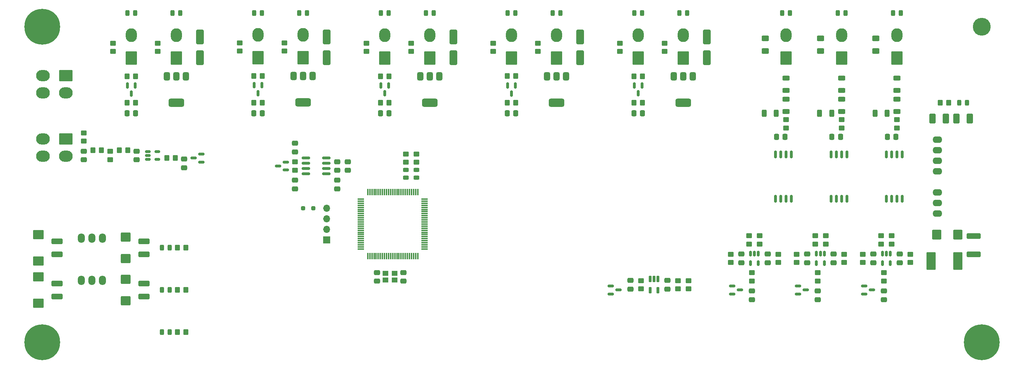
<source format=gts>
%TF.GenerationSoftware,KiCad,Pcbnew,8.0.4*%
%TF.CreationDate,2025-03-26T21:29:21+03:00*%
%TF.ProjectId,PDU_Control_Board,5044555f-436f-46e7-9472-6f6c5f426f61,rev?*%
%TF.SameCoordinates,Original*%
%TF.FileFunction,Soldermask,Top*%
%TF.FilePolarity,Negative*%
%FSLAX46Y46*%
G04 Gerber Fmt 4.6, Leading zero omitted, Abs format (unit mm)*
G04 Created by KiCad (PCBNEW 8.0.4) date 2025-03-26 21:29:21*
%MOMM*%
%LPD*%
G01*
G04 APERTURE LIST*
G04 Aperture macros list*
%AMRoundRect*
0 Rectangle with rounded corners*
0 $1 Rounding radius*
0 $2 $3 $4 $5 $6 $7 $8 $9 X,Y pos of 4 corners*
0 Add a 4 corners polygon primitive as box body*
4,1,4,$2,$3,$4,$5,$6,$7,$8,$9,$2,$3,0*
0 Add four circle primitives for the rounded corners*
1,1,$1+$1,$2,$3*
1,1,$1+$1,$4,$5*
1,1,$1+$1,$6,$7*
1,1,$1+$1,$8,$9*
0 Add four rect primitives between the rounded corners*
20,1,$1+$1,$2,$3,$4,$5,0*
20,1,$1+$1,$4,$5,$6,$7,0*
20,1,$1+$1,$6,$7,$8,$9,0*
20,1,$1+$1,$8,$9,$2,$3,0*%
G04 Aperture macros list end*
%ADD10RoundRect,0.250001X1.099999X1.399999X-1.099999X1.399999X-1.099999X-1.399999X1.099999X-1.399999X0*%
%ADD11O,2.700000X3.300000*%
%ADD12RoundRect,0.150000X-0.150000X0.587500X-0.150000X-0.587500X0.150000X-0.587500X0.150000X0.587500X0*%
%ADD13RoundRect,0.250000X0.475000X-0.337500X0.475000X0.337500X-0.475000X0.337500X-0.475000X-0.337500X0*%
%ADD14RoundRect,0.250000X-0.350000X-0.450000X0.350000X-0.450000X0.350000X0.450000X-0.350000X0.450000X0*%
%ADD15RoundRect,0.075000X0.075000X-0.725000X0.075000X0.725000X-0.075000X0.725000X-0.075000X-0.725000X0*%
%ADD16RoundRect,0.075000X0.725000X-0.075000X0.725000X0.075000X-0.725000X0.075000X-0.725000X-0.075000X0*%
%ADD17RoundRect,0.250000X-1.025000X0.875000X-1.025000X-0.875000X1.025000X-0.875000X1.025000X0.875000X0*%
%ADD18RoundRect,0.250000X-0.450000X0.350000X-0.450000X-0.350000X0.450000X-0.350000X0.450000X0.350000X0*%
%ADD19RoundRect,0.250000X0.350000X0.450000X-0.350000X0.450000X-0.350000X-0.450000X0.350000X-0.450000X0*%
%ADD20RoundRect,0.150000X-0.587500X-0.150000X0.587500X-0.150000X0.587500X0.150000X-0.587500X0.150000X0*%
%ADD21RoundRect,0.243750X-0.243750X-0.456250X0.243750X-0.456250X0.243750X0.456250X-0.243750X0.456250X0*%
%ADD22RoundRect,0.150000X-0.150000X0.750000X-0.150000X-0.750000X0.150000X-0.750000X0.150000X0.750000X0*%
%ADD23RoundRect,0.250000X0.625000X-0.312500X0.625000X0.312500X-0.625000X0.312500X-0.625000X-0.312500X0*%
%ADD24R,1.400000X1.200000*%
%ADD25RoundRect,0.250000X0.450000X-0.350000X0.450000X0.350000X-0.450000X0.350000X-0.450000X-0.350000X0*%
%ADD26RoundRect,0.375000X-0.375000X0.625000X-0.375000X-0.625000X0.375000X-0.625000X0.375000X0.625000X0*%
%ADD27RoundRect,0.500000X-1.400000X0.500000X-1.400000X-0.500000X1.400000X-0.500000X1.400000X0.500000X0*%
%ADD28RoundRect,0.250001X-1.399999X1.099999X-1.399999X-1.099999X1.399999X-1.099999X1.399999X1.099999X0*%
%ADD29O,3.300000X2.700000*%
%ADD30RoundRect,0.250000X-0.475000X0.337500X-0.475000X-0.337500X0.475000X-0.337500X0.475000X0.337500X0*%
%ADD31RoundRect,0.243750X0.243750X0.456250X-0.243750X0.456250X-0.243750X-0.456250X0.243750X-0.456250X0*%
%ADD32RoundRect,0.250000X0.337500X0.475000X-0.337500X0.475000X-0.337500X-0.475000X0.337500X-0.475000X0*%
%ADD33RoundRect,0.250000X-0.925000X0.875000X-0.925000X-0.875000X0.925000X-0.875000X0.925000X0.875000X0*%
%ADD34RoundRect,0.150000X0.825000X0.150000X-0.825000X0.150000X-0.825000X-0.150000X0.825000X-0.150000X0*%
%ADD35RoundRect,0.250001X-0.499999X-0.924999X0.499999X-0.924999X0.499999X0.924999X-0.499999X0.924999X0*%
%ADD36RoundRect,0.250000X-0.650000X1.500000X-0.650000X-1.500000X0.650000X-1.500000X0.650000X1.500000X0*%
%ADD37C,0.900000*%
%ADD38C,8.600000*%
%ADD39C,4.300000*%
%ADD40RoundRect,0.250000X1.450000X-0.400000X1.450000X0.400000X-1.450000X0.400000X-1.450000X-0.400000X0*%
%ADD41RoundRect,0.150000X-0.150000X0.512500X-0.150000X-0.512500X0.150000X-0.512500X0.150000X0.512500X0*%
%ADD42RoundRect,0.162500X-0.162500X0.617500X-0.162500X-0.617500X0.162500X-0.617500X0.162500X0.617500X0*%
%ADD43RoundRect,0.243750X-0.456250X0.243750X-0.456250X-0.243750X0.456250X-0.243750X0.456250X0.243750X0*%
%ADD44RoundRect,0.150000X0.587500X0.150000X-0.587500X0.150000X-0.587500X-0.150000X0.587500X-0.150000X0*%
%ADD45O,1.700000X2.300000*%
%ADD46RoundRect,0.250000X0.625000X-0.400000X0.625000X0.400000X-0.625000X0.400000X-0.625000X-0.400000X0*%
%ADD47RoundRect,0.250000X-1.100000X0.412500X-1.100000X-0.412500X1.100000X-0.412500X1.100000X0.412500X0*%
%ADD48RoundRect,0.250000X-0.250000X-0.250000X0.250000X-0.250000X0.250000X0.250000X-0.250000X0.250000X0*%
%ADD49RoundRect,0.250001X0.499999X0.924999X-0.499999X0.924999X-0.499999X-0.924999X0.499999X-0.924999X0*%
%ADD50R,1.700000X1.700000*%
%ADD51O,1.700000X1.700000*%
%ADD52RoundRect,0.250000X-0.312500X-0.625000X0.312500X-0.625000X0.312500X0.625000X-0.312500X0.625000X0*%
%ADD53RoundRect,0.250000X1.100000X-0.412500X1.100000X0.412500X-1.100000X0.412500X-1.100000X-0.412500X0*%
%ADD54RoundRect,0.150000X-0.512500X-0.150000X0.512500X-0.150000X0.512500X0.150000X-0.512500X0.150000X0*%
%ADD55RoundRect,0.250000X0.875000X0.925000X-0.875000X0.925000X-0.875000X-0.925000X0.875000X-0.925000X0*%
%ADD56O,2.300000X1.600000*%
%ADD57RoundRect,0.250000X0.875000X1.875000X-0.875000X1.875000X-0.875000X-1.875000X0.875000X-1.875000X0*%
G04 APERTURE END LIST*
D10*
%TO.C,J5*%
X349885000Y-175335000D03*
D11*
X349885000Y-169835000D03*
%TD*%
D12*
%TO.C,Q10*%
X248600000Y-181950500D03*
X246700000Y-181950500D03*
X247650000Y-183825500D03*
%TD*%
D13*
%TO.C,C30*%
X416560000Y-224557500D03*
X416560000Y-222482500D03*
%TD*%
D10*
%TO.C,J7*%
X258445000Y-175335000D03*
D11*
X258445000Y-169835000D03*
%TD*%
D13*
%TO.C,C19*%
X297180000Y-202332500D03*
X297180000Y-200257500D03*
%TD*%
D14*
%TO.C,R67*%
X307610000Y-179705000D03*
X309610000Y-179705000D03*
%TD*%
D15*
%TO.C,U2*%
X304515000Y-222940000D03*
X305015000Y-222940000D03*
X305515000Y-222940000D03*
X306015000Y-222940000D03*
X306515000Y-222940000D03*
X307015000Y-222940000D03*
X307515000Y-222940000D03*
X308015000Y-222940000D03*
X308515000Y-222940000D03*
X309015000Y-222940000D03*
X309515000Y-222940000D03*
X310015000Y-222940000D03*
X310515000Y-222940000D03*
X311015000Y-222940000D03*
X311515000Y-222940000D03*
X312015000Y-222940000D03*
X312515000Y-222940000D03*
X313015000Y-222940000D03*
X313515000Y-222940000D03*
X314015000Y-222940000D03*
X314515000Y-222940000D03*
X315015000Y-222940000D03*
X315515000Y-222940000D03*
X316015000Y-222940000D03*
X316515000Y-222940000D03*
D16*
X318190000Y-221265000D03*
X318190000Y-220765000D03*
X318190000Y-220265000D03*
X318190000Y-219765000D03*
X318190000Y-219265000D03*
X318190000Y-218765000D03*
X318190000Y-218265000D03*
X318190000Y-217765000D03*
X318190000Y-217265000D03*
X318190000Y-216765000D03*
X318190000Y-216265000D03*
X318190000Y-215765000D03*
X318190000Y-215265000D03*
X318190000Y-214765000D03*
X318190000Y-214265000D03*
X318190000Y-213765000D03*
X318190000Y-213265000D03*
X318190000Y-212765000D03*
X318190000Y-212265000D03*
X318190000Y-211765000D03*
X318190000Y-211265000D03*
X318190000Y-210765000D03*
X318190000Y-210265000D03*
X318190000Y-209765000D03*
X318190000Y-209265000D03*
D15*
X316515000Y-207590000D03*
X316015000Y-207590000D03*
X315515000Y-207590000D03*
X315015000Y-207590000D03*
X314515000Y-207590000D03*
X314015000Y-207590000D03*
X313515000Y-207590000D03*
X313015000Y-207590000D03*
X312515000Y-207590000D03*
X312015000Y-207590000D03*
X311515000Y-207590000D03*
X311015000Y-207590000D03*
X310515000Y-207590000D03*
X310015000Y-207590000D03*
X309515000Y-207590000D03*
X309015000Y-207590000D03*
X308515000Y-207590000D03*
X308015000Y-207590000D03*
X307515000Y-207590000D03*
X307015000Y-207590000D03*
X306515000Y-207590000D03*
X306015000Y-207590000D03*
X305515000Y-207590000D03*
X305015000Y-207590000D03*
X304515000Y-207590000D03*
D16*
X302840000Y-209265000D03*
X302840000Y-209765000D03*
X302840000Y-210265000D03*
X302840000Y-210765000D03*
X302840000Y-211265000D03*
X302840000Y-211765000D03*
X302840000Y-212265000D03*
X302840000Y-212765000D03*
X302840000Y-213265000D03*
X302840000Y-213765000D03*
X302840000Y-214265000D03*
X302840000Y-214765000D03*
X302840000Y-215265000D03*
X302840000Y-215765000D03*
X302840000Y-216265000D03*
X302840000Y-216765000D03*
X302840000Y-217265000D03*
X302840000Y-217765000D03*
X302840000Y-218265000D03*
X302840000Y-218765000D03*
X302840000Y-219265000D03*
X302840000Y-219765000D03*
X302840000Y-220265000D03*
X302840000Y-220765000D03*
X302840000Y-221265000D03*
%TD*%
D17*
%TO.C,C66*%
X225298000Y-227940000D03*
X225298000Y-234340000D03*
%TD*%
D18*
%TO.C,R39*%
X412750000Y-226965000D03*
X412750000Y-228965000D03*
%TD*%
%TO.C,R56*%
X428625000Y-226965000D03*
X428625000Y-228965000D03*
%TD*%
%TO.C,R9*%
X379095000Y-228870000D03*
X379095000Y-230870000D03*
%TD*%
D19*
%TO.C,R37*%
X444230000Y-186055000D03*
X442230000Y-186055000D03*
%TD*%
D20*
%TO.C,D17*%
X408002500Y-230190000D03*
X408002500Y-232090000D03*
X409877500Y-231140000D03*
%TD*%
D21*
%TO.C,D20*%
X246712500Y-164465000D03*
X248587500Y-164465000D03*
%TD*%
%TO.C,D21*%
X368632500Y-164465000D03*
X370507500Y-164465000D03*
%TD*%
D22*
%TO.C,D34*%
X406400000Y-198510000D03*
X405130000Y-198510000D03*
X403860000Y-198510000D03*
X402590000Y-198510000D03*
X402590000Y-209160000D03*
X403860000Y-209160000D03*
X405130000Y-209160000D03*
X406400000Y-209160000D03*
%TD*%
D23*
%TO.C,R88*%
X405130000Y-188152500D03*
X405130000Y-185227500D03*
%TD*%
D14*
%TO.C,R73*%
X246650000Y-179705000D03*
X248650000Y-179705000D03*
%TD*%
D24*
%TO.C,Y2*%
X310980000Y-227165000D03*
X308780000Y-227165000D03*
X308780000Y-228765000D03*
X310980000Y-228765000D03*
%TD*%
D25*
%TO.C,R86*%
X405100000Y-192135000D03*
X405100000Y-190135000D03*
%TD*%
D26*
%TO.C,Q2*%
X321705000Y-179730000D03*
X319405000Y-179730000D03*
X317105000Y-179730000D03*
D27*
X319405000Y-186030000D03*
%TD*%
D18*
%TO.C,R28*%
X427990000Y-218075000D03*
X427990000Y-220075000D03*
%TD*%
D28*
%TO.C,J1*%
X231850000Y-194750000D03*
D29*
X231850000Y-198950000D03*
X226350000Y-194750000D03*
X226350000Y-198950000D03*
%TD*%
D14*
%TO.C,R65*%
X277130000Y-179630000D03*
X279130000Y-179630000D03*
%TD*%
D13*
%TO.C,C8*%
X400685000Y-224557500D03*
X400685000Y-222482500D03*
%TD*%
D18*
%TO.C,R36*%
X242570000Y-197755000D03*
X242570000Y-199755000D03*
%TD*%
D30*
%TO.C,C38*%
X426085000Y-222482500D03*
X426085000Y-224557500D03*
%TD*%
D31*
%TO.C,D15*%
X256842500Y-241300000D03*
X254967500Y-241300000D03*
%TD*%
D18*
%TO.C,R6*%
X287020000Y-200295000D03*
X287020000Y-202295000D03*
%TD*%
D23*
%TO.C,R23*%
X431800000Y-183072500D03*
X431800000Y-180147500D03*
%TD*%
D32*
%TO.C,C52*%
X418232500Y-194310000D03*
X416157500Y-194310000D03*
%TD*%
D21*
%TO.C,D23*%
X307672500Y-164465000D03*
X309547500Y-164465000D03*
%TD*%
D25*
%TO.C,R17*%
X418465000Y-192135000D03*
X418465000Y-190135000D03*
%TD*%
D33*
%TO.C,C70*%
X246253000Y-228590000D03*
X246253000Y-233690000D03*
%TD*%
D34*
%TO.C,D1*%
X294575000Y-203200000D03*
X294575000Y-201930000D03*
X294575000Y-200660000D03*
X294575000Y-199390000D03*
X289625000Y-199390000D03*
X289625000Y-200660000D03*
X289625000Y-201930000D03*
X289625000Y-203200000D03*
%TD*%
D22*
%TO.C,D35*%
X419735000Y-198510000D03*
X418465000Y-198510000D03*
X417195000Y-198510000D03*
X415925000Y-198510000D03*
X415925000Y-209160000D03*
X417195000Y-209160000D03*
X418465000Y-209160000D03*
X419735000Y-209160000D03*
%TD*%
D35*
%TO.C,C65*%
X440335000Y-189865000D03*
X443585000Y-189865000D03*
%TD*%
D36*
%TO.C,D6*%
X325120000Y-170220000D03*
X325120000Y-175220000D03*
%TD*%
D14*
%TO.C,R69*%
X338090000Y-179638000D03*
X340090000Y-179638000D03*
%TD*%
D10*
%TO.C,J12*%
X247650000Y-175335000D03*
D11*
X247650000Y-169835000D03*
%TD*%
D19*
%TO.C,R72*%
X370570000Y-186055000D03*
X368570000Y-186055000D03*
%TD*%
D25*
%TO.C,R33*%
X316230000Y-200390000D03*
X316230000Y-198390000D03*
%TD*%
%TO.C,R7*%
X381635000Y-230870000D03*
X381635000Y-228870000D03*
%TD*%
D37*
%TO.C,H1*%
X452217000Y-240515000D03*
X454497419Y-241459581D03*
X449936581Y-241459581D03*
X455442000Y-243740000D03*
D38*
X452217000Y-243740000D03*
D37*
X448992000Y-243740000D03*
X454497419Y-246020419D03*
X449936581Y-246020419D03*
X452217000Y-246965000D03*
%TD*%
D14*
%TO.C,R38*%
X258715000Y-231140000D03*
X260715000Y-231140000D03*
%TD*%
D13*
%TO.C,C20*%
X287020000Y-197887500D03*
X287020000Y-195812500D03*
%TD*%
D10*
%TO.C,J8*%
X278130000Y-175260000D03*
D11*
X278130000Y-169760000D03*
%TD*%
D12*
%TO.C,Q9*%
X370520000Y-181942500D03*
X368620000Y-181942500D03*
X369570000Y-183817500D03*
%TD*%
D39*
%TO.C,H4*%
X452217000Y-167740000D03*
%TD*%
D30*
%TO.C,C32*%
X412750000Y-231372500D03*
X412750000Y-233447500D03*
%TD*%
D36*
%TO.C,D7*%
X294640000Y-170220000D03*
X294640000Y-175220000D03*
%TD*%
D40*
%TO.C,L1*%
X450215000Y-222570000D03*
X450215000Y-218120000D03*
%TD*%
D21*
%TO.C,D9*%
X287987500Y-164465000D03*
X289862500Y-164465000D03*
%TD*%
D37*
%TO.C,H2*%
X226217000Y-164515000D03*
X228497419Y-165459581D03*
X223936581Y-165459581D03*
X229442000Y-167740000D03*
D38*
X226217000Y-167740000D03*
D37*
X222992000Y-167740000D03*
X228497419Y-170020419D03*
X223936581Y-170020419D03*
X226217000Y-170965000D03*
%TD*%
D10*
%TO.C,J20*%
X405130000Y-175335000D03*
D11*
X405130000Y-169835000D03*
%TD*%
D41*
%TO.C,U1*%
X398460000Y-222382500D03*
X397510000Y-222382500D03*
X396560000Y-222382500D03*
X396560000Y-224657500D03*
X398460000Y-224657500D03*
%TD*%
D12*
%TO.C,Q6*%
X279080000Y-181867500D03*
X277180000Y-181867500D03*
X278130000Y-183742500D03*
%TD*%
D25*
%TO.C,R34*%
X313690000Y-200390000D03*
X313690000Y-198390000D03*
%TD*%
D42*
%TO.C,U4*%
X374330000Y-228520000D03*
X373380000Y-228520000D03*
X372430000Y-228520000D03*
X372430000Y-231220000D03*
X374330000Y-231220000D03*
%TD*%
D18*
%TO.C,R47*%
X407670000Y-222520000D03*
X407670000Y-224520000D03*
%TD*%
D43*
%TO.C,D38*%
X316230000Y-202262500D03*
X316230000Y-204137500D03*
%TD*%
D13*
%TO.C,C28*%
X367665000Y-230907500D03*
X367665000Y-228832500D03*
%TD*%
D44*
%TO.C,D2*%
X284782500Y-202245000D03*
X284782500Y-200345000D03*
X282907500Y-201295000D03*
%TD*%
D45*
%TO.C,D16*%
X235585000Y-218630000D03*
X238125000Y-218630000D03*
X240665000Y-218630000D03*
%TD*%
D20*
%TO.C,D18*%
X423877500Y-230190000D03*
X423877500Y-232090000D03*
X425752500Y-231140000D03*
%TD*%
D46*
%TO.C,R82*%
X413385000Y-173635000D03*
X413385000Y-170535000D03*
%TD*%
%TO.C,R83*%
X400130000Y-173635000D03*
X400130000Y-170535000D03*
%TD*%
D18*
%TO.C,R19*%
X414655000Y-218075000D03*
X414655000Y-220075000D03*
%TD*%
D30*
%TO.C,C9*%
X306705000Y-226927500D03*
X306705000Y-229002500D03*
%TD*%
D18*
%TO.C,R80*%
X273685000Y-171645000D03*
X273685000Y-173645000D03*
%TD*%
D32*
%TO.C,C39*%
X279167500Y-188595000D03*
X277092500Y-188595000D03*
%TD*%
D21*
%TO.C,D22*%
X338152500Y-164465000D03*
X340027500Y-164465000D03*
%TD*%
D20*
%TO.C,D5*%
X392127500Y-230190000D03*
X392127500Y-232090000D03*
X394002500Y-231140000D03*
%TD*%
D12*
%TO.C,Q7*%
X309560000Y-181942500D03*
X307660000Y-181942500D03*
X308610000Y-183817500D03*
%TD*%
D19*
%TO.C,R74*%
X248650000Y-186055000D03*
X246650000Y-186055000D03*
%TD*%
D47*
%TO.C,C71*%
X250698000Y-229577500D03*
X250698000Y-232702500D03*
%TD*%
D31*
%TO.C,D27*%
X406067500Y-164465000D03*
X404192500Y-164465000D03*
%TD*%
D46*
%TO.C,R81*%
X426720000Y-173635000D03*
X426720000Y-170535000D03*
%TD*%
D10*
%TO.C,J10*%
X339090000Y-175335000D03*
D11*
X339090000Y-169835000D03*
%TD*%
D32*
%TO.C,C49*%
X404897500Y-194310000D03*
X402822500Y-194310000D03*
%TD*%
D31*
%TO.C,D26*%
X419402500Y-164465000D03*
X417527500Y-164465000D03*
%TD*%
D41*
%TO.C,U5*%
X430210000Y-222382500D03*
X429260000Y-222382500D03*
X428310000Y-222382500D03*
X428310000Y-224657500D03*
X430210000Y-224657500D03*
%TD*%
D10*
%TO.C,J4*%
X288925000Y-175260000D03*
D11*
X288925000Y-169760000D03*
%TD*%
D10*
%TO.C,J22*%
X431800000Y-175335000D03*
D11*
X431800000Y-169835000D03*
%TD*%
D26*
%TO.C,Q3*%
X352185000Y-179730000D03*
X349885000Y-179730000D03*
X347585000Y-179730000D03*
D27*
X349885000Y-186030000D03*
%TD*%
D31*
%TO.C,D25*%
X432737500Y-164465000D03*
X430862500Y-164465000D03*
%TD*%
D30*
%TO.C,C46*%
X248920000Y-197717500D03*
X248920000Y-199792500D03*
%TD*%
D36*
%TO.C,D13*%
X264134000Y-170220000D03*
X264134000Y-175220000D03*
%TD*%
D10*
%TO.C,J2*%
X319405000Y-175335000D03*
D11*
X319405000Y-169835000D03*
%TD*%
D18*
%TO.C,R5*%
X314960000Y-171720000D03*
X314960000Y-173720000D03*
%TD*%
D13*
%TO.C,C35*%
X432435000Y-224557500D03*
X432435000Y-222482500D03*
%TD*%
D33*
%TO.C,C26*%
X246253000Y-218430000D03*
X246253000Y-223530000D03*
%TD*%
D18*
%TO.C,R12*%
X254000000Y-171720000D03*
X254000000Y-173720000D03*
%TD*%
D14*
%TO.C,R13*%
X258715000Y-241300000D03*
X260715000Y-241300000D03*
%TD*%
D26*
%TO.C,Q5*%
X260745000Y-179730000D03*
X258445000Y-179730000D03*
X256145000Y-179730000D03*
D27*
X258445000Y-186030000D03*
%TD*%
D18*
%TO.C,R29*%
X396240000Y-218075000D03*
X396240000Y-220075000D03*
%TD*%
D25*
%TO.C,R48*%
X434975000Y-224520000D03*
X434975000Y-222520000D03*
%TD*%
D32*
%TO.C,C57*%
X431567500Y-194310000D03*
X429492500Y-194310000D03*
%TD*%
D48*
%TO.C,D3*%
X288945000Y-211455000D03*
X291445000Y-211455000D03*
%TD*%
D17*
%TO.C,C33*%
X225298000Y-217780000D03*
X225298000Y-224180000D03*
%TD*%
D49*
%TO.C,C64*%
X449300000Y-189865000D03*
X446050000Y-189865000D03*
%TD*%
D37*
%TO.C,H3*%
X226217000Y-240515000D03*
X228497419Y-241459581D03*
X223936581Y-241459581D03*
X229442000Y-243740000D03*
D38*
X226217000Y-243740000D03*
D37*
X222992000Y-243740000D03*
X228497419Y-246020419D03*
X223936581Y-246020419D03*
X226217000Y-246965000D03*
%TD*%
D26*
%TO.C,Q1*%
X291225000Y-179655000D03*
X288925000Y-179655000D03*
X286625000Y-179655000D03*
D27*
X288925000Y-185955000D03*
%TD*%
D30*
%TO.C,C34*%
X410210000Y-222482500D03*
X410210000Y-224557500D03*
%TD*%
D13*
%TO.C,C18*%
X299720000Y-202332500D03*
X299720000Y-200257500D03*
%TD*%
D23*
%TO.C,R89*%
X405130000Y-183072500D03*
X405130000Y-180147500D03*
%TD*%
D18*
%TO.C,R78*%
X334645000Y-171720000D03*
X334645000Y-173720000D03*
%TD*%
D30*
%TO.C,C45*%
X260350000Y-199622500D03*
X260350000Y-201697500D03*
%TD*%
D12*
%TO.C,Q8*%
X340040000Y-181950500D03*
X338140000Y-181950500D03*
X339090000Y-183825500D03*
%TD*%
D47*
%TO.C,C24*%
X250698000Y-219417500D03*
X250698000Y-222542500D03*
%TD*%
D21*
%TO.C,D10*%
X318467500Y-164465000D03*
X320342500Y-164465000D03*
%TD*%
D50*
%TO.C,J3*%
X294640000Y-219065000D03*
D51*
X294640000Y-216525000D03*
X294640000Y-213985000D03*
X294640000Y-211445000D03*
%TD*%
D18*
%TO.C,R10*%
X345440000Y-171720000D03*
X345440000Y-173720000D03*
%TD*%
%TO.C,R4*%
X284480000Y-171645000D03*
X284480000Y-173645000D03*
%TD*%
D52*
%TO.C,R18*%
X413192500Y-188595000D03*
X416117500Y-188595000D03*
%TD*%
D25*
%TO.C,R25*%
X431800000Y-192135000D03*
X431800000Y-190135000D03*
%TD*%
D23*
%TO.C,R15*%
X418465000Y-183072500D03*
X418465000Y-180147500D03*
%TD*%
D14*
%TO.C,R85*%
X244745000Y-197485000D03*
X246745000Y-197485000D03*
%TD*%
D43*
%TO.C,D39*%
X313690000Y-202262500D03*
X313690000Y-204137500D03*
%TD*%
D21*
%TO.C,D40*%
X446737500Y-186055000D03*
X448612500Y-186055000D03*
%TD*%
D18*
%TO.C,R22*%
X396875000Y-226965000D03*
X396875000Y-228965000D03*
%TD*%
D19*
%TO.C,R32*%
X240395000Y-197485000D03*
X238395000Y-197485000D03*
%TD*%
D36*
%TO.C,D4*%
X355600000Y-170220000D03*
X355600000Y-175220000D03*
%TD*%
D23*
%TO.C,R16*%
X418465000Y-188152500D03*
X418465000Y-185227500D03*
%TD*%
D41*
%TO.C,U3*%
X414335000Y-222382500D03*
X413385000Y-222382500D03*
X412435000Y-222382500D03*
X412435000Y-224657500D03*
X414335000Y-224657500D03*
%TD*%
D18*
%TO.C,R26*%
X430530000Y-218075000D03*
X430530000Y-220075000D03*
%TD*%
%TO.C,R30*%
X391795000Y-222520000D03*
X391795000Y-224520000D03*
%TD*%
D36*
%TO.C,D8*%
X386080000Y-170220000D03*
X386080000Y-175220000D03*
%TD*%
D31*
%TO.C,D19*%
X256842500Y-220980000D03*
X254967500Y-220980000D03*
%TD*%
D21*
%TO.C,D24*%
X277192500Y-164465000D03*
X279067500Y-164465000D03*
%TD*%
D10*
%TO.C,J11*%
X369570000Y-175335000D03*
D11*
X369570000Y-169835000D03*
%TD*%
D26*
%TO.C,Q4*%
X382665000Y-179730000D03*
X380365000Y-179730000D03*
X378065000Y-179730000D03*
D27*
X380365000Y-186030000D03*
%TD*%
D14*
%TO.C,R75*%
X258715000Y-220980000D03*
X260715000Y-220980000D03*
%TD*%
D52*
%TO.C,R27*%
X426527500Y-188595000D03*
X429452500Y-188595000D03*
%TD*%
%TO.C,R87*%
X399857500Y-188595000D03*
X402782500Y-188595000D03*
%TD*%
D28*
%TO.C,J13*%
X231850000Y-179510000D03*
D29*
X231850000Y-183710000D03*
X226350000Y-179510000D03*
X226350000Y-183710000D03*
%TD*%
D32*
%TO.C,C42*%
X370607500Y-188595000D03*
X368532500Y-188595000D03*
%TD*%
D25*
%TO.C,R14*%
X403225000Y-224520000D03*
X403225000Y-222520000D03*
%TD*%
D18*
%TO.C,R76*%
X243205000Y-171720000D03*
X243205000Y-173720000D03*
%TD*%
D53*
%TO.C,C69*%
X229743000Y-232702500D03*
X229743000Y-229577500D03*
%TD*%
D54*
%TO.C,U6*%
X251592500Y-197805000D03*
X251592500Y-198755000D03*
X251592500Y-199705000D03*
X253867500Y-199705000D03*
X253867500Y-197805000D03*
%TD*%
D55*
%TO.C,C62*%
X446415000Y-217805000D03*
X441315000Y-217805000D03*
%TD*%
D13*
%TO.C,C17*%
X287020000Y-206777500D03*
X287020000Y-204702500D03*
%TD*%
D25*
%TO.C,R35*%
X236220000Y-195310000D03*
X236220000Y-193310000D03*
%TD*%
D18*
%TO.C,R21*%
X398780000Y-218075000D03*
X398780000Y-220075000D03*
%TD*%
D19*
%TO.C,R68*%
X309610000Y-186055000D03*
X307610000Y-186055000D03*
%TD*%
D13*
%TO.C,C16*%
X297180000Y-206777500D03*
X297180000Y-204702500D03*
%TD*%
D30*
%TO.C,C27*%
X376555000Y-228832500D03*
X376555000Y-230907500D03*
%TD*%
D14*
%TO.C,R71*%
X368570000Y-179705000D03*
X370570000Y-179705000D03*
%TD*%
D30*
%TO.C,C13*%
X313055000Y-226927500D03*
X313055000Y-229002500D03*
%TD*%
D53*
%TO.C,C25*%
X229743000Y-222542500D03*
X229743000Y-219417500D03*
%TD*%
D18*
%TO.C,R77*%
X365125000Y-171720000D03*
X365125000Y-173720000D03*
%TD*%
D56*
%TO.C,D37*%
X441535000Y-212725000D03*
X441535000Y-210185000D03*
X441535000Y-207645000D03*
X441535000Y-202565000D03*
X441535000Y-200025000D03*
X441535000Y-197485000D03*
X441535000Y-194945000D03*
%TD*%
D30*
%TO.C,C37*%
X428625000Y-231372500D03*
X428625000Y-233447500D03*
%TD*%
D44*
%TO.C,D28*%
X264462500Y-200340000D03*
X264462500Y-198440000D03*
X262587500Y-199390000D03*
%TD*%
D19*
%TO.C,R70*%
X340090000Y-186055000D03*
X338090000Y-186055000D03*
%TD*%
D31*
%TO.C,D42*%
X256842500Y-231140000D03*
X254967500Y-231140000D03*
%TD*%
D10*
%TO.C,J6*%
X380365000Y-175335000D03*
D11*
X380365000Y-169835000D03*
%TD*%
D32*
%TO.C,C43*%
X248687500Y-188595000D03*
X246612500Y-188595000D03*
%TD*%
D30*
%TO.C,C23*%
X396875000Y-231372500D03*
X396875000Y-233447500D03*
%TD*%
D18*
%TO.C,R20*%
X412115000Y-218075000D03*
X412115000Y-220075000D03*
%TD*%
%TO.C,R8*%
X370205000Y-228870000D03*
X370205000Y-230870000D03*
%TD*%
D20*
%TO.C,D43*%
X362917500Y-230190000D03*
X362917500Y-232090000D03*
X364792500Y-231140000D03*
%TD*%
D14*
%TO.C,R84*%
X256175000Y-199390000D03*
X258175000Y-199390000D03*
%TD*%
D18*
%TO.C,R79*%
X304165000Y-171720000D03*
X304165000Y-173720000D03*
%TD*%
D21*
%TO.C,D14*%
X257507500Y-164465000D03*
X259382500Y-164465000D03*
%TD*%
D19*
%TO.C,R66*%
X279130000Y-186055000D03*
X277130000Y-186055000D03*
%TD*%
D18*
%TO.C,R64*%
X423545000Y-222520000D03*
X423545000Y-224520000D03*
%TD*%
D32*
%TO.C,C40*%
X309647500Y-188595000D03*
X307572500Y-188595000D03*
%TD*%
D18*
%TO.C,R11*%
X375920000Y-171720000D03*
X375920000Y-173720000D03*
%TD*%
D10*
%TO.C,J21*%
X418465000Y-175335000D03*
D11*
X418465000Y-169835000D03*
%TD*%
D57*
%TO.C,C63*%
X446430000Y-224155000D03*
X440030000Y-224155000D03*
%TD*%
D30*
%TO.C,C29*%
X394335000Y-222482500D03*
X394335000Y-224557500D03*
%TD*%
D32*
%TO.C,C41*%
X340127500Y-188595000D03*
X338052500Y-188595000D03*
%TD*%
D22*
%TO.C,D36*%
X433070000Y-198510000D03*
X431800000Y-198510000D03*
X430530000Y-198510000D03*
X429260000Y-198510000D03*
X429260000Y-209160000D03*
X430530000Y-209160000D03*
X431800000Y-209160000D03*
X433070000Y-209160000D03*
%TD*%
D21*
%TO.C,D11*%
X348947500Y-164465000D03*
X350822500Y-164465000D03*
%TD*%
D25*
%TO.C,R31*%
X419100000Y-224520000D03*
X419100000Y-222520000D03*
%TD*%
D30*
%TO.C,C67*%
X236220000Y-197717500D03*
X236220000Y-199792500D03*
%TD*%
D21*
%TO.C,D12*%
X379427500Y-164465000D03*
X381302500Y-164465000D03*
%TD*%
D23*
%TO.C,R24*%
X431800000Y-188152500D03*
X431800000Y-185227500D03*
%TD*%
D10*
%TO.C,J9*%
X308610000Y-175335000D03*
D11*
X308610000Y-169835000D03*
%TD*%
D45*
%TO.C,D41*%
X235585000Y-228790000D03*
X238125000Y-228790000D03*
X240665000Y-228790000D03*
%TD*%
M02*

</source>
